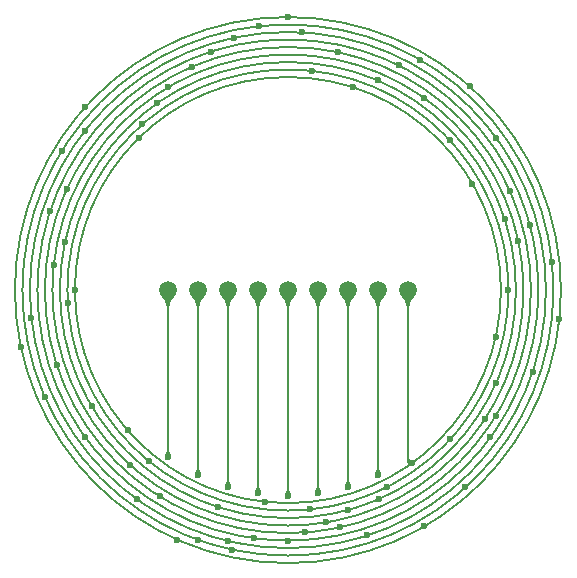
<source format=gbr>
%TF.GenerationSoftware,KiCad,Pcbnew,8.0.6*%
%TF.CreationDate,2025-01-18T20:05:51-05:00*%
%TF.ProjectId,twistedCharlieplex,74776973-7465-4644-9368-61726c696570,rev?*%
%TF.SameCoordinates,Original*%
%TF.FileFunction,Copper,L2,Bot*%
%TF.FilePolarity,Positive*%
%FSLAX46Y46*%
G04 Gerber Fmt 4.6, Leading zero omitted, Abs format (unit mm)*
G04 Created by KiCad (PCBNEW 8.0.6) date 2025-01-18 20:05:51*
%MOMM*%
%LPD*%
G01*
G04 APERTURE LIST*
%TA.AperFunction,Conductor*%
%ADD10C,0.200000*%
%TD*%
%TA.AperFunction,SMDPad,CuDef*%
%ADD11C,1.500000*%
%TD*%
%TA.AperFunction,ViaPad*%
%ADD12C,0.600000*%
%TD*%
G04 APERTURE END LIST*
D10*
%TO.N,/IO3*%
X21209000Y0D02*
G75*
G02*
X-21209000Y0I-21209000J0D01*
G01*
X-21209000Y0D02*
G75*
G02*
X21209000Y0I21209000J0D01*
G01*
%TO.N,/IO0*%
X23114000Y0D02*
G75*
G02*
X-23114000Y0I-23114000J0D01*
G01*
X-23114000Y0D02*
G75*
G02*
X23114000Y0I23114000J0D01*
G01*
%TO.N,/IO8*%
X18034000Y0D02*
G75*
G02*
X-18034000Y0I-18034000J0D01*
G01*
X-18034000Y0D02*
G75*
G02*
X18034000Y0I18034000J0D01*
G01*
%TO.N,/IO1*%
X22479000Y0D02*
G75*
G02*
X-22479000Y0I-22479000J0D01*
G01*
X-22479000Y0D02*
G75*
G02*
X22479000Y0I22479000J0D01*
G01*
%TO.N,/IO6*%
X19304000Y0D02*
G75*
G02*
X-19304000Y0I-19304000J0D01*
G01*
X-19304000Y0D02*
G75*
G02*
X19304000Y0I19304000J0D01*
G01*
%TO.N,/IO5*%
X19939000Y0D02*
G75*
G02*
X-19939000Y0I-19939000J0D01*
G01*
X-19939000Y0D02*
G75*
G02*
X19939000Y0I19939000J0D01*
G01*
%TO.N,/IO2*%
X21844000Y0D02*
G75*
G02*
X-21844000Y0I-21844000J0D01*
G01*
X-21844000Y0D02*
G75*
G02*
X21844000Y0I21844000J0D01*
G01*
%TO.N,/IO4*%
X20574000Y0D02*
G75*
G02*
X-20574000Y0I-20574000J0D01*
G01*
X-20574000Y0D02*
G75*
G02*
X20574000Y0I20574000J0D01*
G01*
%TO.N,/IO7*%
X18669000Y0D02*
G75*
G02*
X-18669000Y0I-18669000J0D01*
G01*
X-18669000Y0D02*
G75*
G02*
X18669000Y0I18669000J0D01*
G01*
%TD*%
D11*
%TO.P,IO6,1,1*%
%TO.N,/IO6*%
X5080000Y0D03*
%TD*%
%TO.P,IO2,1,1*%
%TO.N,/IO2*%
X-5080000Y0D03*
%TD*%
%TO.P,IO8,1,1*%
%TO.N,/IO8*%
X10160000Y0D03*
%TD*%
%TO.P,IO4,1,1*%
%TO.N,/IO4*%
X0Y0D03*
%TD*%
%TO.P,IO5,1,1*%
%TO.N,/IO5*%
X2540000Y0D03*
%TD*%
%TO.P,IO3,1,1*%
%TO.N,/IO3*%
X-2540000Y0D03*
%TD*%
%TO.P,IO1,1,1*%
%TO.N,/IO1*%
X-7620000Y0D03*
%TD*%
%TO.P,IO7,1,1*%
%TO.N,/IO7*%
X7620000Y0D03*
%TD*%
%TO.P,IO0,1,1*%
%TO.N,/IO0*%
X-10160000Y0D03*
%TD*%
D12*
%TO.N,/IO7*%
X1905000Y-18567400D03*
X13716000Y-12649200D03*
X8356600Y-16687800D03*
X13690600Y12674600D03*
X18669000Y0D03*
X-11734800Y-14503400D03*
X7620000Y-15621000D03*
X2032000Y18567400D03*
X-12344400Y14020800D03*
X-18643600Y-1117600D03*
%TO.N,/IO6*%
X-5943600Y-18364200D03*
X7645400Y17754600D03*
X-16611600Y-9855200D03*
X-11125200Y15798800D03*
X17627600Y-7848600D03*
X7721600Y-17678400D03*
X18338800Y5994400D03*
X5080000Y-18618200D03*
X-18897600Y4064000D03*
X5080000Y-16637000D03*
%TO.N,/IO5*%
X2540000Y-17145000D03*
X-10134600Y17170400D03*
X11480800Y16281400D03*
X3251200Y-19659600D03*
X-13360400Y-14782800D03*
X19507200Y4114800D03*
X-19812000Y2159000D03*
X16687800Y-10896600D03*
%TO.N,/IO4*%
X17576800Y-10668000D03*
X18796000Y8356600D03*
X4445000Y-20091400D03*
X-10845800Y-17475200D03*
X1473200Y-20497800D03*
X4267200Y20142200D03*
X-8102600Y18923000D03*
X-18694400Y8585200D03*
X0Y-17399000D03*
X-19558000Y-6375400D03*
%TO.N,/IO3*%
X0Y-21209000D03*
X-2895600Y-21005800D03*
X-2540000Y-17145000D03*
X20472400Y5537200D03*
X-20142200Y6705600D03*
X17145000Y-12471400D03*
X9372600Y19024600D03*
X-6502400Y20193000D03*
X-17170400Y-12420600D03*
%TO.N,/IO2*%
X6705600Y-20777200D03*
X-17221200Y13487400D03*
X-5080000Y-21234400D03*
X20726400Y-6959600D03*
X-12801600Y-17703800D03*
X-5080000Y-16637000D03*
X-21717000Y-2336800D03*
X-4572000Y21336000D03*
X1193800Y21818600D03*
X17627600Y12877800D03*
%TO.N,/IO1*%
X15011400Y-16713200D03*
X-2413000Y22352000D03*
X-19151600Y11785600D03*
X-7620000Y-15621000D03*
X-4699000Y-21996400D03*
X22352000Y2387600D03*
X11201400Y19507200D03*
X-20548600Y-9093200D03*
X-7620000Y-21132800D03*
%TO.N,/IO0*%
X11557000Y-20015200D03*
X0Y23114000D03*
X22987000Y-2438400D03*
X-22606000Y-4851400D03*
X-10160000Y-14097000D03*
X-17170400Y15494000D03*
X-9423400Y-21158200D03*
X15417800Y17246600D03*
%TO.N,/IO8*%
X-12649200Y12852400D03*
X5486400Y17195800D03*
X-18034000Y0D03*
X15595600Y9017000D03*
X17602200Y-3987800D03*
X10464800Y-14681200D03*
X-1981200Y-17932400D03*
X-13538200Y-11861800D03*
%TD*%
D10*
%TO.N,/IO8*%
X10160000Y-14160873D02*
G75*
G03*
X10312392Y-14528808I520300J-27D01*
G01*
%TO.N,/IO7*%
X7620000Y-15621000D02*
X7620000Y0D01*
%TO.N,/IO6*%
X5080000Y-16637000D02*
X5080000Y0D01*
%TO.N,/IO5*%
X2540000Y-17145000D02*
X2540000Y0D01*
%TO.N,/IO4*%
X0Y-17399000D02*
X0Y0D01*
%TO.N,/IO3*%
X-2540000Y-17145000D02*
X-2540000Y0D01*
%TO.N,/IO2*%
X-5080000Y-16637000D02*
X-5080000Y0D01*
%TO.N,/IO1*%
X-7620000Y-15621000D02*
X-7620000Y0D01*
%TO.N,/IO0*%
X-10160000Y-14097000D02*
X-10160000Y0D01*
%TO.N,/IO8*%
X10160000Y-14160873D02*
X10160000Y0D01*
X10312400Y-14528800D02*
X10464800Y-14681200D01*
%TD*%
%TA.AperFunction,Conductor*%
%TO.N,/IO8*%
G36*
X10259593Y-14185730D02*
G01*
X10262839Y-14191262D01*
X10288889Y-14291999D01*
X10358114Y-14340929D01*
X10358117Y-14340931D01*
X10454579Y-14363631D01*
X10455022Y-14363745D01*
X10563757Y-14394359D01*
X10567073Y-14395884D01*
X10665079Y-14461172D01*
X10670064Y-14468610D01*
X10668329Y-14477396D01*
X10666885Y-14479162D01*
X10466487Y-14680525D01*
X10462638Y-14683095D01*
X10198512Y-14791539D01*
X10189557Y-14791511D01*
X10183245Y-14785160D01*
X10183244Y-14785159D01*
X10129508Y-14652439D01*
X10129279Y-14651824D01*
X10093765Y-14547686D01*
X10093381Y-14546276D01*
X10077436Y-14469068D01*
X10074237Y-14453577D01*
X10074034Y-14452162D01*
X10065118Y-14342328D01*
X10065088Y-14341790D01*
X10060914Y-14198639D01*
X10064098Y-14190270D01*
X10072267Y-14186604D01*
X10251245Y-14182494D01*
X10259593Y-14185730D01*
G37*
%TD.AperFunction*%
%TD*%
%TA.AperFunction,Conductor*%
%TO.N,/IO7*%
G36*
X8301002Y-282063D02*
G01*
X8307326Y-288403D01*
X8307315Y-297358D01*
X8306829Y-298384D01*
X8152540Y-586924D01*
X8151391Y-588675D01*
X7992653Y-788932D01*
X7992603Y-788995D01*
X7854300Y-961021D01*
X7756862Y-1174495D01*
X7721176Y-1489617D01*
X7716840Y-1497452D01*
X7709550Y-1500000D01*
X7530450Y-1500000D01*
X7522177Y-1496573D01*
X7518824Y-1489617D01*
X7483137Y-1174496D01*
X7385697Y-961019D01*
X7247396Y-788995D01*
X7088606Y-588673D01*
X7087458Y-586924D01*
X6933170Y-298384D01*
X6932291Y-289472D01*
X6937971Y-282549D01*
X6938983Y-282069D01*
X7615510Y-865D01*
X7624462Y-855D01*
X8301002Y-282063D01*
G37*
%TD.AperFunction*%
%TD*%
%TA.AperFunction,Conductor*%
%TO.N,/IO7*%
G36*
X7717369Y-15024427D02*
G01*
X7720767Y-15031877D01*
X7728936Y-15147728D01*
X7728936Y-15147731D01*
X7753897Y-15234639D01*
X7753899Y-15234644D01*
X7792093Y-15306687D01*
X7792114Y-15306724D01*
X7840527Y-15388466D01*
X7841005Y-15389359D01*
X7891822Y-15495082D01*
X7892318Y-15504023D01*
X7886346Y-15510696D01*
X7885788Y-15510947D01*
X7624511Y-15620115D01*
X7615556Y-15620142D01*
X7615489Y-15620115D01*
X7354210Y-15510947D01*
X7347898Y-15504595D01*
X7347925Y-15495640D01*
X7348155Y-15495128D01*
X7398998Y-15389346D01*
X7399468Y-15388470D01*
X7447893Y-15306709D01*
X7486102Y-15234640D01*
X7511062Y-15147727D01*
X7519233Y-15031877D01*
X7523233Y-15023865D01*
X7530904Y-15021000D01*
X7709096Y-15021000D01*
X7717369Y-15024427D01*
G37*
%TD.AperFunction*%
%TD*%
%TA.AperFunction,Conductor*%
%TO.N,/IO6*%
G36*
X5761002Y-282063D02*
G01*
X5767326Y-288403D01*
X5767315Y-297358D01*
X5766829Y-298384D01*
X5612540Y-586924D01*
X5611391Y-588675D01*
X5452653Y-788932D01*
X5452603Y-788995D01*
X5314300Y-961021D01*
X5216862Y-1174495D01*
X5181176Y-1489617D01*
X5176840Y-1497452D01*
X5169550Y-1500000D01*
X4990450Y-1500000D01*
X4982177Y-1496573D01*
X4978824Y-1489617D01*
X4943137Y-1174496D01*
X4845697Y-961019D01*
X4707396Y-788995D01*
X4548606Y-588673D01*
X4547458Y-586924D01*
X4393170Y-298384D01*
X4392291Y-289472D01*
X4397971Y-282549D01*
X4398983Y-282069D01*
X5075510Y-865D01*
X5084462Y-855D01*
X5761002Y-282063D01*
G37*
%TD.AperFunction*%
%TD*%
%TA.AperFunction,Conductor*%
%TO.N,/IO6*%
G36*
X5177369Y-16040427D02*
G01*
X5180767Y-16047877D01*
X5188936Y-16163728D01*
X5188936Y-16163731D01*
X5213897Y-16250639D01*
X5213899Y-16250644D01*
X5252093Y-16322687D01*
X5252114Y-16322724D01*
X5300527Y-16404466D01*
X5301005Y-16405359D01*
X5351822Y-16511082D01*
X5352318Y-16520023D01*
X5346346Y-16526696D01*
X5345788Y-16526947D01*
X5084511Y-16636115D01*
X5075556Y-16636142D01*
X5075489Y-16636115D01*
X4814210Y-16526947D01*
X4807898Y-16520595D01*
X4807925Y-16511640D01*
X4808155Y-16511128D01*
X4858998Y-16405346D01*
X4859468Y-16404470D01*
X4907893Y-16322709D01*
X4946102Y-16250640D01*
X4971062Y-16163727D01*
X4979233Y-16047877D01*
X4983233Y-16039865D01*
X4990904Y-16037000D01*
X5169096Y-16037000D01*
X5177369Y-16040427D01*
G37*
%TD.AperFunction*%
%TD*%
%TA.AperFunction,Conductor*%
%TO.N,/IO5*%
G36*
X3221002Y-282063D02*
G01*
X3227326Y-288403D01*
X3227315Y-297358D01*
X3226829Y-298384D01*
X3072540Y-586924D01*
X3071391Y-588675D01*
X2912653Y-788932D01*
X2912603Y-788995D01*
X2774300Y-961021D01*
X2676862Y-1174495D01*
X2641176Y-1489617D01*
X2636840Y-1497452D01*
X2629550Y-1500000D01*
X2450450Y-1500000D01*
X2442177Y-1496573D01*
X2438824Y-1489617D01*
X2403137Y-1174496D01*
X2305697Y-961019D01*
X2167396Y-788995D01*
X2008606Y-588673D01*
X2007458Y-586924D01*
X1853170Y-298384D01*
X1852291Y-289472D01*
X1857971Y-282549D01*
X1858983Y-282069D01*
X2535510Y-865D01*
X2544462Y-855D01*
X3221002Y-282063D01*
G37*
%TD.AperFunction*%
%TD*%
%TA.AperFunction,Conductor*%
%TO.N,/IO5*%
G36*
X2637369Y-16548427D02*
G01*
X2640767Y-16555877D01*
X2648936Y-16671728D01*
X2648936Y-16671731D01*
X2673897Y-16758639D01*
X2673899Y-16758644D01*
X2712093Y-16830687D01*
X2712114Y-16830724D01*
X2760527Y-16912466D01*
X2761005Y-16913359D01*
X2811822Y-17019082D01*
X2812318Y-17028023D01*
X2806346Y-17034696D01*
X2805788Y-17034947D01*
X2544511Y-17144115D01*
X2535556Y-17144142D01*
X2535489Y-17144115D01*
X2274210Y-17034947D01*
X2267898Y-17028595D01*
X2267925Y-17019640D01*
X2268155Y-17019128D01*
X2318998Y-16913346D01*
X2319468Y-16912470D01*
X2367893Y-16830709D01*
X2406102Y-16758640D01*
X2431062Y-16671727D01*
X2439233Y-16555877D01*
X2443233Y-16547865D01*
X2450904Y-16545000D01*
X2629096Y-16545000D01*
X2637369Y-16548427D01*
G37*
%TD.AperFunction*%
%TD*%
%TA.AperFunction,Conductor*%
%TO.N,/IO4*%
G36*
X681002Y-282063D02*
G01*
X687326Y-288403D01*
X687315Y-297358D01*
X686829Y-298384D01*
X532540Y-586924D01*
X531391Y-588675D01*
X372653Y-788932D01*
X372603Y-788995D01*
X234300Y-961021D01*
X136862Y-1174495D01*
X101176Y-1489617D01*
X96840Y-1497452D01*
X89550Y-1500000D01*
X-89550Y-1500000D01*
X-97823Y-1496573D01*
X-101176Y-1489617D01*
X-136862Y-1174495D01*
X-234300Y-961021D01*
X-372603Y-788995D01*
X-372653Y-788932D01*
X-531391Y-588675D01*
X-532540Y-586924D01*
X-686829Y-298384D01*
X-687708Y-289473D01*
X-682028Y-282549D01*
X-681008Y-282065D01*
X-4489Y-865D01*
X4462Y-855D01*
X681002Y-282063D01*
G37*
%TD.AperFunction*%
%TD*%
%TA.AperFunction,Conductor*%
%TO.N,/IO4*%
G36*
X97369Y-16802427D02*
G01*
X100767Y-16809877D01*
X108936Y-16925728D01*
X108936Y-16925731D01*
X133897Y-17012639D01*
X133899Y-17012644D01*
X172093Y-17084687D01*
X172114Y-17084724D01*
X220527Y-17166466D01*
X221005Y-17167359D01*
X271822Y-17273082D01*
X272318Y-17282023D01*
X266346Y-17288696D01*
X265788Y-17288947D01*
X4511Y-17398115D01*
X-4444Y-17398142D01*
X-4511Y-17398115D01*
X-265788Y-17288947D01*
X-272100Y-17282595D01*
X-272073Y-17273640D01*
X-271822Y-17273082D01*
X-221005Y-17167359D01*
X-220527Y-17166466D01*
X-172114Y-17084724D01*
X-172093Y-17084687D01*
X-133899Y-17012644D01*
X-133897Y-17012639D01*
X-108936Y-16925731D01*
X-108936Y-16925728D01*
X-100767Y-16809877D01*
X-96767Y-16801865D01*
X-89096Y-16799000D01*
X89096Y-16799000D01*
X97369Y-16802427D01*
G37*
%TD.AperFunction*%
%TD*%
%TA.AperFunction,Conductor*%
%TO.N,/IO3*%
G36*
X-1858995Y-282064D02*
G01*
X-1852673Y-288403D01*
X-1852684Y-297358D01*
X-1853170Y-298384D01*
X-2007458Y-586924D01*
X-2008606Y-588673D01*
X-2167396Y-788995D01*
X-2305697Y-961019D01*
X-2403137Y-1174496D01*
X-2438824Y-1489617D01*
X-2443160Y-1497452D01*
X-2450450Y-1500000D01*
X-2629550Y-1500000D01*
X-2637823Y-1496573D01*
X-2641176Y-1489617D01*
X-2676862Y-1174495D01*
X-2774300Y-961021D01*
X-2912603Y-788995D01*
X-2912653Y-788932D01*
X-3071391Y-588675D01*
X-3072540Y-586924D01*
X-3226829Y-298384D01*
X-3227708Y-289473D01*
X-3222028Y-282549D01*
X-3221008Y-282065D01*
X-2544489Y-865D01*
X-2535537Y-855D01*
X-1858995Y-282064D01*
G37*
%TD.AperFunction*%
%TD*%
%TA.AperFunction,Conductor*%
%TO.N,/IO3*%
G36*
X-2442631Y-16548427D02*
G01*
X-2439232Y-16555877D01*
X-2431062Y-16671727D01*
X-2406102Y-16758640D01*
X-2367893Y-16830709D01*
X-2319468Y-16912470D01*
X-2318998Y-16913346D01*
X-2268175Y-17019085D01*
X-2267680Y-17028024D01*
X-2273652Y-17034696D01*
X-2274210Y-17034947D01*
X-2535489Y-17144115D01*
X-2544444Y-17144142D01*
X-2544511Y-17144115D01*
X-2805788Y-17034947D01*
X-2812100Y-17028595D01*
X-2812073Y-17019640D01*
X-2811822Y-17019082D01*
X-2761005Y-16913359D01*
X-2760527Y-16912466D01*
X-2712114Y-16830724D01*
X-2712093Y-16830687D01*
X-2673899Y-16758644D01*
X-2673897Y-16758639D01*
X-2648936Y-16671731D01*
X-2648936Y-16671728D01*
X-2640767Y-16555877D01*
X-2636767Y-16547865D01*
X-2629096Y-16545000D01*
X-2450904Y-16545000D01*
X-2442631Y-16548427D01*
G37*
%TD.AperFunction*%
%TD*%
%TA.AperFunction,Conductor*%
%TO.N,/IO2*%
G36*
X-4398995Y-282064D02*
G01*
X-4392673Y-288403D01*
X-4392684Y-297358D01*
X-4393170Y-298384D01*
X-4547458Y-586924D01*
X-4548606Y-588673D01*
X-4707396Y-788995D01*
X-4845697Y-961019D01*
X-4943137Y-1174496D01*
X-4978824Y-1489617D01*
X-4983160Y-1497452D01*
X-4990450Y-1500000D01*
X-5169550Y-1500000D01*
X-5177823Y-1496573D01*
X-5181176Y-1489617D01*
X-5216862Y-1174495D01*
X-5314300Y-961021D01*
X-5452603Y-788995D01*
X-5452653Y-788932D01*
X-5611391Y-588675D01*
X-5612540Y-586924D01*
X-5766829Y-298384D01*
X-5767708Y-289473D01*
X-5762028Y-282549D01*
X-5761008Y-282065D01*
X-5084489Y-865D01*
X-5075537Y-855D01*
X-4398995Y-282064D01*
G37*
%TD.AperFunction*%
%TD*%
%TA.AperFunction,Conductor*%
%TO.N,/IO2*%
G36*
X-4982631Y-16040427D02*
G01*
X-4979232Y-16047877D01*
X-4971062Y-16163727D01*
X-4946102Y-16250640D01*
X-4907893Y-16322709D01*
X-4859468Y-16404470D01*
X-4858998Y-16405346D01*
X-4808175Y-16511085D01*
X-4807680Y-16520024D01*
X-4813652Y-16526696D01*
X-4814210Y-16526947D01*
X-5075489Y-16636115D01*
X-5084444Y-16636142D01*
X-5084511Y-16636115D01*
X-5345788Y-16526947D01*
X-5352100Y-16520595D01*
X-5352073Y-16511640D01*
X-5351822Y-16511082D01*
X-5301005Y-16405359D01*
X-5300527Y-16404466D01*
X-5252114Y-16322724D01*
X-5252093Y-16322687D01*
X-5213899Y-16250644D01*
X-5213897Y-16250639D01*
X-5188936Y-16163731D01*
X-5188936Y-16163728D01*
X-5180767Y-16047877D01*
X-5176767Y-16039865D01*
X-5169096Y-16037000D01*
X-4990904Y-16037000D01*
X-4982631Y-16040427D01*
G37*
%TD.AperFunction*%
%TD*%
%TA.AperFunction,Conductor*%
%TO.N,/IO1*%
G36*
X-6938995Y-282064D02*
G01*
X-6932673Y-288403D01*
X-6932684Y-297358D01*
X-6933170Y-298384D01*
X-7087458Y-586924D01*
X-7088606Y-588673D01*
X-7247396Y-788995D01*
X-7385697Y-961019D01*
X-7483137Y-1174496D01*
X-7518824Y-1489617D01*
X-7523160Y-1497452D01*
X-7530450Y-1500000D01*
X-7709550Y-1500000D01*
X-7717823Y-1496573D01*
X-7721176Y-1489617D01*
X-7756862Y-1174495D01*
X-7854300Y-961021D01*
X-7992603Y-788995D01*
X-7992653Y-788932D01*
X-8151391Y-588675D01*
X-8152540Y-586924D01*
X-8306829Y-298384D01*
X-8307708Y-289473D01*
X-8302028Y-282549D01*
X-8301008Y-282065D01*
X-7624489Y-865D01*
X-7615537Y-855D01*
X-6938995Y-282064D01*
G37*
%TD.AperFunction*%
%TD*%
%TA.AperFunction,Conductor*%
%TO.N,/IO1*%
G36*
X-7522631Y-15024427D02*
G01*
X-7519232Y-15031877D01*
X-7511062Y-15147727D01*
X-7486102Y-15234640D01*
X-7447893Y-15306709D01*
X-7399468Y-15388470D01*
X-7398998Y-15389346D01*
X-7348175Y-15495085D01*
X-7347680Y-15504024D01*
X-7353652Y-15510696D01*
X-7354210Y-15510947D01*
X-7615489Y-15620115D01*
X-7624444Y-15620142D01*
X-7624511Y-15620115D01*
X-7885788Y-15510947D01*
X-7892100Y-15504595D01*
X-7892073Y-15495640D01*
X-7891822Y-15495082D01*
X-7841005Y-15389359D01*
X-7840527Y-15388466D01*
X-7792114Y-15306724D01*
X-7792093Y-15306687D01*
X-7753899Y-15234644D01*
X-7753897Y-15234639D01*
X-7728936Y-15147731D01*
X-7728936Y-15147728D01*
X-7720767Y-15031877D01*
X-7716767Y-15023865D01*
X-7709096Y-15021000D01*
X-7530904Y-15021000D01*
X-7522631Y-15024427D01*
G37*
%TD.AperFunction*%
%TD*%
%TA.AperFunction,Conductor*%
%TO.N,/IO0*%
G36*
X-9478995Y-282064D02*
G01*
X-9472673Y-288403D01*
X-9472684Y-297358D01*
X-9473170Y-298384D01*
X-9627458Y-586924D01*
X-9628606Y-588673D01*
X-9787396Y-788995D01*
X-9925697Y-961019D01*
X-10023137Y-1174496D01*
X-10058824Y-1489617D01*
X-10063160Y-1497452D01*
X-10070450Y-1500000D01*
X-10249550Y-1500000D01*
X-10257823Y-1496573D01*
X-10261176Y-1489617D01*
X-10296862Y-1174495D01*
X-10394300Y-961021D01*
X-10532603Y-788995D01*
X-10532653Y-788932D01*
X-10691391Y-588675D01*
X-10692540Y-586924D01*
X-10846829Y-298384D01*
X-10847708Y-289473D01*
X-10842028Y-282549D01*
X-10841008Y-282065D01*
X-10164489Y-865D01*
X-10155537Y-855D01*
X-9478995Y-282064D01*
G37*
%TD.AperFunction*%
%TD*%
%TA.AperFunction,Conductor*%
%TO.N,/IO0*%
G36*
X-10062631Y-13500427D02*
G01*
X-10059232Y-13507877D01*
X-10051062Y-13623727D01*
X-10026102Y-13710640D01*
X-9987893Y-13782709D01*
X-9939468Y-13864470D01*
X-9938998Y-13865346D01*
X-9888175Y-13971085D01*
X-9887680Y-13980024D01*
X-9893652Y-13986696D01*
X-9894210Y-13986947D01*
X-10155489Y-14096115D01*
X-10164444Y-14096142D01*
X-10164511Y-14096115D01*
X-10425788Y-13986947D01*
X-10432100Y-13980595D01*
X-10432073Y-13971640D01*
X-10431822Y-13971082D01*
X-10381005Y-13865359D01*
X-10380527Y-13864466D01*
X-10332114Y-13782724D01*
X-10332093Y-13782687D01*
X-10293899Y-13710644D01*
X-10293897Y-13710639D01*
X-10268936Y-13623731D01*
X-10268936Y-13623728D01*
X-10260767Y-13507877D01*
X-10256767Y-13499865D01*
X-10249096Y-13497000D01*
X-10070904Y-13497000D01*
X-10062631Y-13500427D01*
G37*
%TD.AperFunction*%
%TD*%
%TA.AperFunction,Conductor*%
%TO.N,/IO8*%
G36*
X10841002Y-282063D02*
G01*
X10847326Y-288403D01*
X10847315Y-297358D01*
X10846829Y-298384D01*
X10692540Y-586924D01*
X10691391Y-588675D01*
X10532653Y-788932D01*
X10532603Y-788995D01*
X10394300Y-961021D01*
X10296862Y-1174495D01*
X10261176Y-1489617D01*
X10256840Y-1497452D01*
X10249550Y-1500000D01*
X10070450Y-1500000D01*
X10062177Y-1496573D01*
X10058824Y-1489617D01*
X10023137Y-1174496D01*
X9925697Y-961019D01*
X9787396Y-788995D01*
X9628606Y-588673D01*
X9627458Y-586924D01*
X9473170Y-298384D01*
X9472291Y-289472D01*
X9477971Y-282549D01*
X9478983Y-282069D01*
X10155510Y-865D01*
X10164462Y-855D01*
X10841002Y-282063D01*
G37*
%TD.AperFunction*%
%TD*%
M02*

</source>
